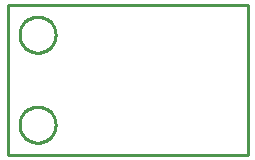
<source format=gko>
G04 EAGLE Gerber RS-274X export*
G75*
%MOMM*%
%FSLAX34Y34*%
%LPD*%
%IN*%
%IPPOS*%
%AMOC8*
5,1,8,0,0,1.08239X$1,22.5*%
G01*
%ADD10C,0.203200*%
%ADD11C,0.000000*%
%ADD12C,0.254000*%


D10*
X203200Y127000D02*
X0Y127000D01*
X0Y0D01*
X203200Y0D01*
X203200Y127000D01*
D11*
X10160Y101600D02*
X10165Y101974D01*
X10178Y102348D01*
X10201Y102721D01*
X10233Y103094D01*
X10275Y103466D01*
X10325Y103836D01*
X10384Y104205D01*
X10453Y104573D01*
X10530Y104939D01*
X10617Y105303D01*
X10712Y105665D01*
X10816Y106024D01*
X10929Y106381D01*
X11051Y106734D01*
X11181Y107085D01*
X11320Y107432D01*
X11467Y107776D01*
X11623Y108116D01*
X11787Y108452D01*
X11960Y108784D01*
X12140Y109112D01*
X12328Y109435D01*
X12524Y109753D01*
X12728Y110067D01*
X12940Y110375D01*
X13159Y110678D01*
X13386Y110976D01*
X13619Y111268D01*
X13860Y111554D01*
X14108Y111835D01*
X14362Y112109D01*
X14624Y112376D01*
X14891Y112638D01*
X15165Y112892D01*
X15446Y113140D01*
X15732Y113381D01*
X16024Y113614D01*
X16322Y113841D01*
X16625Y114060D01*
X16933Y114272D01*
X17247Y114476D01*
X17565Y114672D01*
X17888Y114860D01*
X18216Y115040D01*
X18548Y115213D01*
X18884Y115377D01*
X19224Y115533D01*
X19568Y115680D01*
X19915Y115819D01*
X20266Y115949D01*
X20619Y116071D01*
X20976Y116184D01*
X21335Y116288D01*
X21697Y116383D01*
X22061Y116470D01*
X22427Y116547D01*
X22795Y116616D01*
X23164Y116675D01*
X23534Y116725D01*
X23906Y116767D01*
X24279Y116799D01*
X24652Y116822D01*
X25026Y116835D01*
X25400Y116840D01*
X25774Y116835D01*
X26148Y116822D01*
X26521Y116799D01*
X26894Y116767D01*
X27266Y116725D01*
X27636Y116675D01*
X28005Y116616D01*
X28373Y116547D01*
X28739Y116470D01*
X29103Y116383D01*
X29465Y116288D01*
X29824Y116184D01*
X30181Y116071D01*
X30534Y115949D01*
X30885Y115819D01*
X31232Y115680D01*
X31576Y115533D01*
X31916Y115377D01*
X32252Y115213D01*
X32584Y115040D01*
X32912Y114860D01*
X33235Y114672D01*
X33553Y114476D01*
X33867Y114272D01*
X34175Y114060D01*
X34478Y113841D01*
X34776Y113614D01*
X35068Y113381D01*
X35354Y113140D01*
X35635Y112892D01*
X35909Y112638D01*
X36176Y112376D01*
X36438Y112109D01*
X36692Y111835D01*
X36940Y111554D01*
X37181Y111268D01*
X37414Y110976D01*
X37641Y110678D01*
X37860Y110375D01*
X38072Y110067D01*
X38276Y109753D01*
X38472Y109435D01*
X38660Y109112D01*
X38840Y108784D01*
X39013Y108452D01*
X39177Y108116D01*
X39333Y107776D01*
X39480Y107432D01*
X39619Y107085D01*
X39749Y106734D01*
X39871Y106381D01*
X39984Y106024D01*
X40088Y105665D01*
X40183Y105303D01*
X40270Y104939D01*
X40347Y104573D01*
X40416Y104205D01*
X40475Y103836D01*
X40525Y103466D01*
X40567Y103094D01*
X40599Y102721D01*
X40622Y102348D01*
X40635Y101974D01*
X40640Y101600D01*
X40635Y101226D01*
X40622Y100852D01*
X40599Y100479D01*
X40567Y100106D01*
X40525Y99734D01*
X40475Y99364D01*
X40416Y98995D01*
X40347Y98627D01*
X40270Y98261D01*
X40183Y97897D01*
X40088Y97535D01*
X39984Y97176D01*
X39871Y96819D01*
X39749Y96466D01*
X39619Y96115D01*
X39480Y95768D01*
X39333Y95424D01*
X39177Y95084D01*
X39013Y94748D01*
X38840Y94416D01*
X38660Y94088D01*
X38472Y93765D01*
X38276Y93447D01*
X38072Y93133D01*
X37860Y92825D01*
X37641Y92522D01*
X37414Y92224D01*
X37181Y91932D01*
X36940Y91646D01*
X36692Y91365D01*
X36438Y91091D01*
X36176Y90824D01*
X35909Y90562D01*
X35635Y90308D01*
X35354Y90060D01*
X35068Y89819D01*
X34776Y89586D01*
X34478Y89359D01*
X34175Y89140D01*
X33867Y88928D01*
X33553Y88724D01*
X33235Y88528D01*
X32912Y88340D01*
X32584Y88160D01*
X32252Y87987D01*
X31916Y87823D01*
X31576Y87667D01*
X31232Y87520D01*
X30885Y87381D01*
X30534Y87251D01*
X30181Y87129D01*
X29824Y87016D01*
X29465Y86912D01*
X29103Y86817D01*
X28739Y86730D01*
X28373Y86653D01*
X28005Y86584D01*
X27636Y86525D01*
X27266Y86475D01*
X26894Y86433D01*
X26521Y86401D01*
X26148Y86378D01*
X25774Y86365D01*
X25400Y86360D01*
X25026Y86365D01*
X24652Y86378D01*
X24279Y86401D01*
X23906Y86433D01*
X23534Y86475D01*
X23164Y86525D01*
X22795Y86584D01*
X22427Y86653D01*
X22061Y86730D01*
X21697Y86817D01*
X21335Y86912D01*
X20976Y87016D01*
X20619Y87129D01*
X20266Y87251D01*
X19915Y87381D01*
X19568Y87520D01*
X19224Y87667D01*
X18884Y87823D01*
X18548Y87987D01*
X18216Y88160D01*
X17888Y88340D01*
X17565Y88528D01*
X17247Y88724D01*
X16933Y88928D01*
X16625Y89140D01*
X16322Y89359D01*
X16024Y89586D01*
X15732Y89819D01*
X15446Y90060D01*
X15165Y90308D01*
X14891Y90562D01*
X14624Y90824D01*
X14362Y91091D01*
X14108Y91365D01*
X13860Y91646D01*
X13619Y91932D01*
X13386Y92224D01*
X13159Y92522D01*
X12940Y92825D01*
X12728Y93133D01*
X12524Y93447D01*
X12328Y93765D01*
X12140Y94088D01*
X11960Y94416D01*
X11787Y94748D01*
X11623Y95084D01*
X11467Y95424D01*
X11320Y95768D01*
X11181Y96115D01*
X11051Y96466D01*
X10929Y96819D01*
X10816Y97176D01*
X10712Y97535D01*
X10617Y97897D01*
X10530Y98261D01*
X10453Y98627D01*
X10384Y98995D01*
X10325Y99364D01*
X10275Y99734D01*
X10233Y100106D01*
X10201Y100479D01*
X10178Y100852D01*
X10165Y101226D01*
X10160Y101600D01*
X10160Y25400D02*
X10165Y25774D01*
X10178Y26148D01*
X10201Y26521D01*
X10233Y26894D01*
X10275Y27266D01*
X10325Y27636D01*
X10384Y28005D01*
X10453Y28373D01*
X10530Y28739D01*
X10617Y29103D01*
X10712Y29465D01*
X10816Y29824D01*
X10929Y30181D01*
X11051Y30534D01*
X11181Y30885D01*
X11320Y31232D01*
X11467Y31576D01*
X11623Y31916D01*
X11787Y32252D01*
X11960Y32584D01*
X12140Y32912D01*
X12328Y33235D01*
X12524Y33553D01*
X12728Y33867D01*
X12940Y34175D01*
X13159Y34478D01*
X13386Y34776D01*
X13619Y35068D01*
X13860Y35354D01*
X14108Y35635D01*
X14362Y35909D01*
X14624Y36176D01*
X14891Y36438D01*
X15165Y36692D01*
X15446Y36940D01*
X15732Y37181D01*
X16024Y37414D01*
X16322Y37641D01*
X16625Y37860D01*
X16933Y38072D01*
X17247Y38276D01*
X17565Y38472D01*
X17888Y38660D01*
X18216Y38840D01*
X18548Y39013D01*
X18884Y39177D01*
X19224Y39333D01*
X19568Y39480D01*
X19915Y39619D01*
X20266Y39749D01*
X20619Y39871D01*
X20976Y39984D01*
X21335Y40088D01*
X21697Y40183D01*
X22061Y40270D01*
X22427Y40347D01*
X22795Y40416D01*
X23164Y40475D01*
X23534Y40525D01*
X23906Y40567D01*
X24279Y40599D01*
X24652Y40622D01*
X25026Y40635D01*
X25400Y40640D01*
X25774Y40635D01*
X26148Y40622D01*
X26521Y40599D01*
X26894Y40567D01*
X27266Y40525D01*
X27636Y40475D01*
X28005Y40416D01*
X28373Y40347D01*
X28739Y40270D01*
X29103Y40183D01*
X29465Y40088D01*
X29824Y39984D01*
X30181Y39871D01*
X30534Y39749D01*
X30885Y39619D01*
X31232Y39480D01*
X31576Y39333D01*
X31916Y39177D01*
X32252Y39013D01*
X32584Y38840D01*
X32912Y38660D01*
X33235Y38472D01*
X33553Y38276D01*
X33867Y38072D01*
X34175Y37860D01*
X34478Y37641D01*
X34776Y37414D01*
X35068Y37181D01*
X35354Y36940D01*
X35635Y36692D01*
X35909Y36438D01*
X36176Y36176D01*
X36438Y35909D01*
X36692Y35635D01*
X36940Y35354D01*
X37181Y35068D01*
X37414Y34776D01*
X37641Y34478D01*
X37860Y34175D01*
X38072Y33867D01*
X38276Y33553D01*
X38472Y33235D01*
X38660Y32912D01*
X38840Y32584D01*
X39013Y32252D01*
X39177Y31916D01*
X39333Y31576D01*
X39480Y31232D01*
X39619Y30885D01*
X39749Y30534D01*
X39871Y30181D01*
X39984Y29824D01*
X40088Y29465D01*
X40183Y29103D01*
X40270Y28739D01*
X40347Y28373D01*
X40416Y28005D01*
X40475Y27636D01*
X40525Y27266D01*
X40567Y26894D01*
X40599Y26521D01*
X40622Y26148D01*
X40635Y25774D01*
X40640Y25400D01*
X40635Y25026D01*
X40622Y24652D01*
X40599Y24279D01*
X40567Y23906D01*
X40525Y23534D01*
X40475Y23164D01*
X40416Y22795D01*
X40347Y22427D01*
X40270Y22061D01*
X40183Y21697D01*
X40088Y21335D01*
X39984Y20976D01*
X39871Y20619D01*
X39749Y20266D01*
X39619Y19915D01*
X39480Y19568D01*
X39333Y19224D01*
X39177Y18884D01*
X39013Y18548D01*
X38840Y18216D01*
X38660Y17888D01*
X38472Y17565D01*
X38276Y17247D01*
X38072Y16933D01*
X37860Y16625D01*
X37641Y16322D01*
X37414Y16024D01*
X37181Y15732D01*
X36940Y15446D01*
X36692Y15165D01*
X36438Y14891D01*
X36176Y14624D01*
X35909Y14362D01*
X35635Y14108D01*
X35354Y13860D01*
X35068Y13619D01*
X34776Y13386D01*
X34478Y13159D01*
X34175Y12940D01*
X33867Y12728D01*
X33553Y12524D01*
X33235Y12328D01*
X32912Y12140D01*
X32584Y11960D01*
X32252Y11787D01*
X31916Y11623D01*
X31576Y11467D01*
X31232Y11320D01*
X30885Y11181D01*
X30534Y11051D01*
X30181Y10929D01*
X29824Y10816D01*
X29465Y10712D01*
X29103Y10617D01*
X28739Y10530D01*
X28373Y10453D01*
X28005Y10384D01*
X27636Y10325D01*
X27266Y10275D01*
X26894Y10233D01*
X26521Y10201D01*
X26148Y10178D01*
X25774Y10165D01*
X25400Y10160D01*
X25026Y10165D01*
X24652Y10178D01*
X24279Y10201D01*
X23906Y10233D01*
X23534Y10275D01*
X23164Y10325D01*
X22795Y10384D01*
X22427Y10453D01*
X22061Y10530D01*
X21697Y10617D01*
X21335Y10712D01*
X20976Y10816D01*
X20619Y10929D01*
X20266Y11051D01*
X19915Y11181D01*
X19568Y11320D01*
X19224Y11467D01*
X18884Y11623D01*
X18548Y11787D01*
X18216Y11960D01*
X17888Y12140D01*
X17565Y12328D01*
X17247Y12524D01*
X16933Y12728D01*
X16625Y12940D01*
X16322Y13159D01*
X16024Y13386D01*
X15732Y13619D01*
X15446Y13860D01*
X15165Y14108D01*
X14891Y14362D01*
X14624Y14624D01*
X14362Y14891D01*
X14108Y15165D01*
X13860Y15446D01*
X13619Y15732D01*
X13386Y16024D01*
X13159Y16322D01*
X12940Y16625D01*
X12728Y16933D01*
X12524Y17247D01*
X12328Y17565D01*
X12140Y17888D01*
X11960Y18216D01*
X11787Y18548D01*
X11623Y18884D01*
X11467Y19224D01*
X11320Y19568D01*
X11181Y19915D01*
X11051Y20266D01*
X10929Y20619D01*
X10816Y20976D01*
X10712Y21335D01*
X10617Y21697D01*
X10530Y22061D01*
X10453Y22427D01*
X10384Y22795D01*
X10325Y23164D01*
X10275Y23534D01*
X10233Y23906D01*
X10201Y24279D01*
X10178Y24652D01*
X10165Y25026D01*
X10160Y25400D01*
D12*
X0Y0D02*
X203200Y0D01*
X203200Y127000D01*
X0Y127000D01*
X0Y0D01*
X40640Y101056D02*
X40562Y99970D01*
X40407Y98892D01*
X40176Y97829D01*
X39869Y96784D01*
X39489Y95764D01*
X39037Y94774D01*
X38515Y93819D01*
X37926Y92903D01*
X37274Y92031D01*
X36561Y91209D01*
X35791Y90439D01*
X34969Y89726D01*
X34097Y89074D01*
X33181Y88485D01*
X32226Y87963D01*
X31236Y87511D01*
X30216Y87131D01*
X29171Y86824D01*
X28108Y86593D01*
X27030Y86438D01*
X25944Y86360D01*
X24856Y86360D01*
X23770Y86438D01*
X22692Y86593D01*
X21629Y86824D01*
X20584Y87131D01*
X19564Y87511D01*
X18574Y87963D01*
X17619Y88485D01*
X16703Y89074D01*
X15831Y89726D01*
X15009Y90439D01*
X14239Y91209D01*
X13526Y92031D01*
X12874Y92903D01*
X12285Y93819D01*
X11763Y94774D01*
X11311Y95764D01*
X10931Y96784D01*
X10624Y97829D01*
X10393Y98892D01*
X10238Y99970D01*
X10160Y101056D01*
X10160Y102144D01*
X10238Y103230D01*
X10393Y104308D01*
X10624Y105371D01*
X10931Y106416D01*
X11311Y107436D01*
X11763Y108426D01*
X12285Y109381D01*
X12874Y110297D01*
X13526Y111169D01*
X14239Y111991D01*
X15009Y112761D01*
X15831Y113474D01*
X16703Y114126D01*
X17619Y114715D01*
X18574Y115237D01*
X19564Y115689D01*
X20584Y116069D01*
X21629Y116376D01*
X22692Y116607D01*
X23770Y116762D01*
X24856Y116840D01*
X25944Y116840D01*
X27030Y116762D01*
X28108Y116607D01*
X29171Y116376D01*
X30216Y116069D01*
X31236Y115689D01*
X32226Y115237D01*
X33181Y114715D01*
X34097Y114126D01*
X34969Y113474D01*
X35791Y112761D01*
X36561Y111991D01*
X37274Y111169D01*
X37926Y110297D01*
X38515Y109381D01*
X39037Y108426D01*
X39489Y107436D01*
X39869Y106416D01*
X40176Y105371D01*
X40407Y104308D01*
X40562Y103230D01*
X40640Y102144D01*
X40640Y101056D01*
X40640Y24856D02*
X40562Y23770D01*
X40407Y22692D01*
X40176Y21629D01*
X39869Y20584D01*
X39489Y19564D01*
X39037Y18574D01*
X38515Y17619D01*
X37926Y16703D01*
X37274Y15831D01*
X36561Y15009D01*
X35791Y14239D01*
X34969Y13526D01*
X34097Y12874D01*
X33181Y12285D01*
X32226Y11763D01*
X31236Y11311D01*
X30216Y10931D01*
X29171Y10624D01*
X28108Y10393D01*
X27030Y10238D01*
X25944Y10160D01*
X24856Y10160D01*
X23770Y10238D01*
X22692Y10393D01*
X21629Y10624D01*
X20584Y10931D01*
X19564Y11311D01*
X18574Y11763D01*
X17619Y12285D01*
X16703Y12874D01*
X15831Y13526D01*
X15009Y14239D01*
X14239Y15009D01*
X13526Y15831D01*
X12874Y16703D01*
X12285Y17619D01*
X11763Y18574D01*
X11311Y19564D01*
X10931Y20584D01*
X10624Y21629D01*
X10393Y22692D01*
X10238Y23770D01*
X10160Y24856D01*
X10160Y25944D01*
X10238Y27030D01*
X10393Y28108D01*
X10624Y29171D01*
X10931Y30216D01*
X11311Y31236D01*
X11763Y32226D01*
X12285Y33181D01*
X12874Y34097D01*
X13526Y34969D01*
X14239Y35791D01*
X15009Y36561D01*
X15831Y37274D01*
X16703Y37926D01*
X17619Y38515D01*
X18574Y39037D01*
X19564Y39489D01*
X20584Y39869D01*
X21629Y40176D01*
X22692Y40407D01*
X23770Y40562D01*
X24856Y40640D01*
X25944Y40640D01*
X27030Y40562D01*
X28108Y40407D01*
X29171Y40176D01*
X30216Y39869D01*
X31236Y39489D01*
X32226Y39037D01*
X33181Y38515D01*
X34097Y37926D01*
X34969Y37274D01*
X35791Y36561D01*
X36561Y35791D01*
X37274Y34969D01*
X37926Y34097D01*
X38515Y33181D01*
X39037Y32226D01*
X39489Y31236D01*
X39869Y30216D01*
X40176Y29171D01*
X40407Y28108D01*
X40562Y27030D01*
X40640Y25944D01*
X40640Y24856D01*
M02*

</source>
